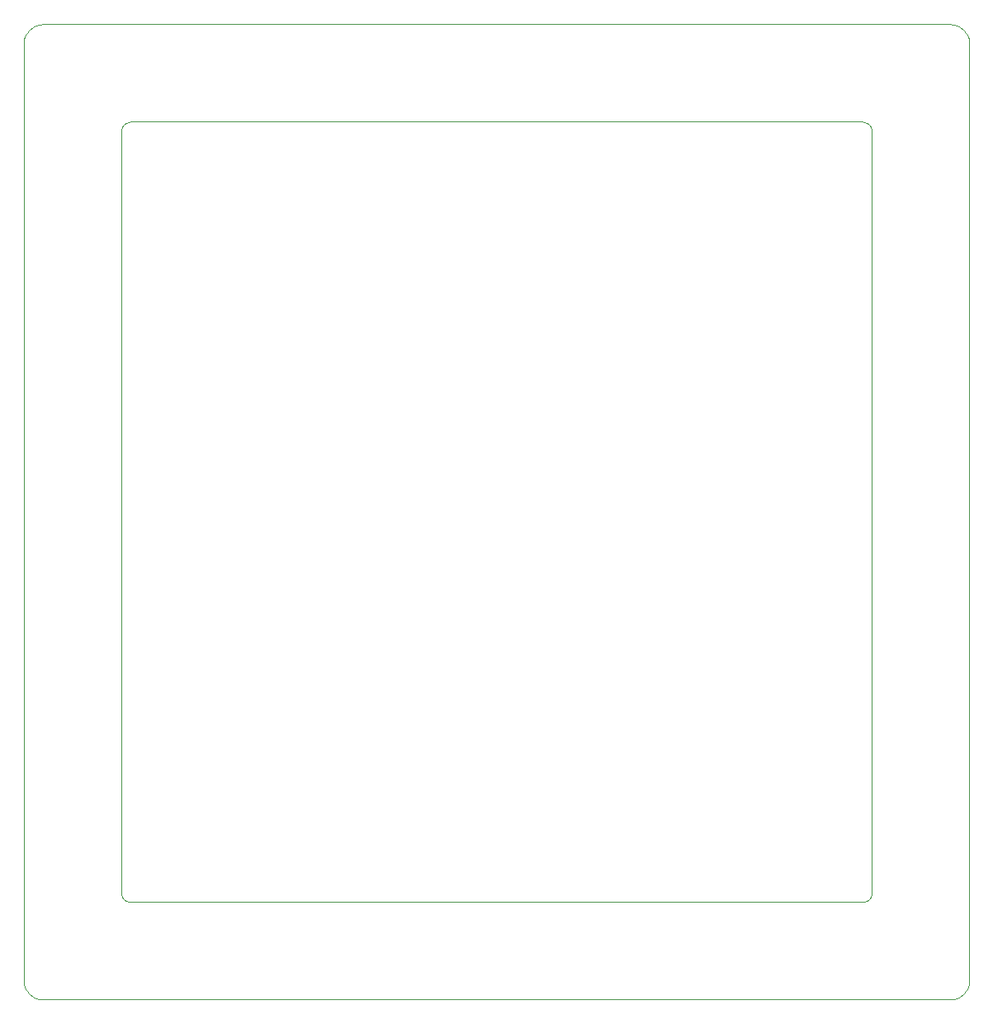
<source format=gko>
%MOIN*%
%OFA0B0*%
%FSLAX36Y36*%
%IPPOS*%
%LPD*%
%ADD10C,0*%
D10*
X000000000Y000078740D02*
X000000574Y000069249D01*
X000002288Y000059896D01*
X000005116Y000050818D01*
X000009019Y000042147D01*
X000013938Y000034010D01*
X000019802Y000026525D01*
X000026525Y000019802D01*
X000034010Y000013938D01*
X000042147Y000009019D01*
X000050818Y000005116D01*
X000059896Y000002288D01*
X000069249Y000000574D01*
X000078740Y000000000D01*
X003740157Y000000000D01*
X003749648Y000000574D01*
X003759001Y000002288D01*
X003768079Y000005116D01*
X003776749Y000009019D01*
X003784886Y000013938D01*
X003792371Y000019802D01*
X003799095Y000026525D01*
X003804959Y000034010D01*
X003809878Y000042147D01*
X003813780Y000050818D01*
X003816609Y000059896D01*
X003818323Y000069249D01*
X003818897Y000078740D01*
X003818897Y003858267D01*
X003818323Y003867758D01*
X003816609Y003877111D01*
X003813780Y003886189D01*
X003809878Y003894860D01*
X003804959Y003902997D01*
X003799095Y003910482D01*
X003792371Y003917205D01*
X003784886Y003923069D01*
X003776749Y003927988D01*
X003768079Y003931891D01*
X003759001Y003934719D01*
X003749648Y003936433D01*
X003740157Y003937007D01*
X000078740Y003937007D01*
X000069249Y003936433D01*
X000059896Y003934719D01*
X000050818Y003931891D01*
X000042147Y003927988D01*
X000034010Y003923069D01*
X000026525Y003917205D01*
X000019802Y003910482D01*
X000013938Y003902997D01*
X000009019Y003894860D01*
X000005116Y003886189D01*
X000002288Y003877111D01*
X000000574Y003867758D01*
X000000000Y003858267D01*
X000000000Y000078740D01*
X000393700Y000433070D02*
X000394687Y000424310D01*
X000397599Y000415988D01*
X000402290Y000408524D01*
X000408524Y000402290D01*
X000415988Y000397599D01*
X000424310Y000394687D01*
X000433070Y000393700D01*
X003385826Y000393700D01*
X003394587Y000394687D01*
X003402908Y000397599D01*
X003410373Y000402290D01*
X003416607Y000408524D01*
X003421297Y000415988D01*
X003424209Y000424310D01*
X003425196Y000433070D01*
X003425196Y003503937D01*
X003424209Y003512697D01*
X003421297Y003521019D01*
X003416607Y003528483D01*
X003410373Y003534717D01*
X003402908Y003539408D01*
X003394587Y003542319D01*
X003385826Y003543307D01*
X000433070Y003543307D01*
X000424310Y003542319D01*
X000415988Y003539408D01*
X000408524Y003534717D01*
X000402290Y003528483D01*
X000397599Y003521019D01*
X000394687Y003512697D01*
X000393700Y003503937D01*
X000393700Y000433070D01*
M02*
</source>
